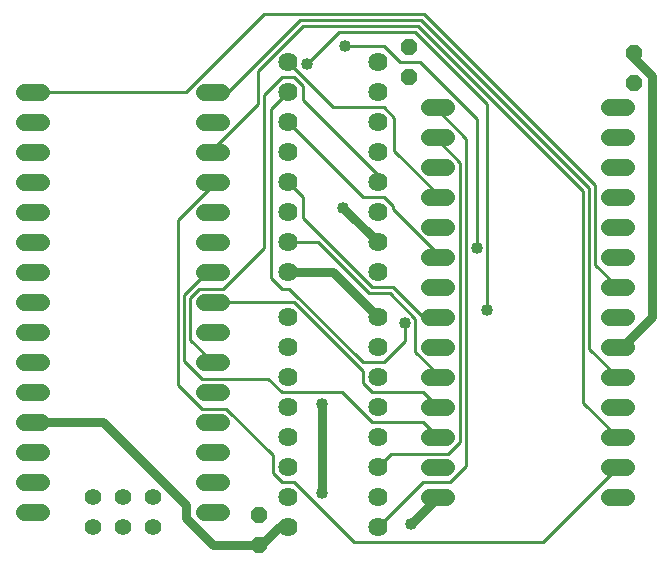
<source format=gbl>
G75*
%MOIN*%
%OFA0B0*%
%FSLAX25Y25*%
%IPPOS*%
%LPD*%
%AMOC8*
5,1,8,0,0,1.08239X$1,22.5*
%
%ADD10C,0.05600*%
%ADD11C,0.05550*%
%ADD12C,0.05550*%
%ADD13C,0.06400*%
%ADD14OC8,0.05600*%
%ADD15C,0.03000*%
%ADD16C,0.04000*%
%ADD17C,0.01000*%
D10*
X0180542Y0031300D02*
X0186142Y0031300D01*
X0186142Y0041300D02*
X0180542Y0041300D01*
X0180542Y0051300D02*
X0186142Y0051300D01*
X0186142Y0061300D02*
X0180542Y0061300D01*
X0180542Y0071300D02*
X0186142Y0071300D01*
X0186142Y0081300D02*
X0180542Y0081300D01*
X0180542Y0091300D02*
X0186142Y0091300D01*
X0186142Y0101300D02*
X0180542Y0101300D01*
X0180542Y0111300D02*
X0186142Y0111300D01*
X0186142Y0121300D02*
X0180542Y0121300D01*
X0180542Y0131300D02*
X0186142Y0131300D01*
X0186142Y0141300D02*
X0180542Y0141300D01*
X0180542Y0151300D02*
X0186142Y0151300D01*
X0186142Y0161300D02*
X0180542Y0161300D01*
X0240542Y0161300D02*
X0246142Y0161300D01*
X0246142Y0151300D02*
X0240542Y0151300D01*
X0240542Y0141300D02*
X0246142Y0141300D01*
X0246142Y0131300D02*
X0240542Y0131300D01*
X0240542Y0121300D02*
X0246142Y0121300D01*
X0246142Y0111300D02*
X0240542Y0111300D01*
X0240542Y0101300D02*
X0246142Y0101300D01*
X0246142Y0091300D02*
X0240542Y0091300D01*
X0240542Y0081300D02*
X0246142Y0081300D01*
X0246142Y0071300D02*
X0240542Y0071300D01*
X0240542Y0061300D02*
X0246142Y0061300D01*
X0246142Y0051300D02*
X0240542Y0051300D01*
X0240542Y0041300D02*
X0246142Y0041300D01*
X0246142Y0031300D02*
X0240542Y0031300D01*
D11*
X0051117Y0026300D02*
X0045567Y0026300D01*
X0045567Y0036300D02*
X0051117Y0036300D01*
X0051117Y0046300D02*
X0045567Y0046300D01*
X0045567Y0056300D02*
X0051117Y0056300D01*
X0051117Y0066300D02*
X0045567Y0066300D01*
X0045567Y0076300D02*
X0051117Y0076300D01*
X0051117Y0086300D02*
X0045567Y0086300D01*
X0045567Y0096300D02*
X0051117Y0096300D01*
X0051117Y0106300D02*
X0045567Y0106300D01*
X0045567Y0116300D02*
X0051117Y0116300D01*
X0051117Y0126300D02*
X0045567Y0126300D01*
X0045567Y0136300D02*
X0051117Y0136300D01*
X0051117Y0146300D02*
X0045567Y0146300D01*
X0045567Y0156300D02*
X0051117Y0156300D01*
X0051117Y0166300D02*
X0045567Y0166300D01*
X0105567Y0166300D02*
X0111117Y0166300D01*
X0111117Y0156300D02*
X0105567Y0156300D01*
X0105567Y0146300D02*
X0111117Y0146300D01*
X0111117Y0136300D02*
X0105567Y0136300D01*
X0105567Y0126300D02*
X0111117Y0126300D01*
X0111117Y0116300D02*
X0105567Y0116300D01*
X0105567Y0106300D02*
X0111117Y0106300D01*
X0111117Y0096300D02*
X0105567Y0096300D01*
X0105567Y0086300D02*
X0111117Y0086300D01*
X0111117Y0076300D02*
X0105567Y0076300D01*
X0105567Y0066300D02*
X0111117Y0066300D01*
X0111117Y0056300D02*
X0105567Y0056300D01*
X0105567Y0046300D02*
X0111117Y0046300D01*
X0111117Y0036300D02*
X0105567Y0036300D01*
X0105567Y0026300D02*
X0111117Y0026300D01*
D12*
X0088342Y0021300D03*
X0088342Y0031300D03*
X0078342Y0031300D03*
X0078342Y0021300D03*
X0068342Y0021300D03*
X0068342Y0031300D03*
D13*
X0133342Y0031300D03*
X0133342Y0021300D03*
X0133342Y0041300D03*
X0133342Y0051300D03*
X0133342Y0061300D03*
X0133342Y0071300D03*
X0133342Y0081300D03*
X0133342Y0091300D03*
X0133342Y0106300D03*
X0133342Y0116300D03*
X0133342Y0126300D03*
X0133342Y0136300D03*
X0133342Y0146300D03*
X0133342Y0156300D03*
X0133342Y0166300D03*
X0133342Y0176300D03*
X0163342Y0176300D03*
X0163342Y0166300D03*
X0163342Y0156300D03*
X0163342Y0146300D03*
X0163342Y0136300D03*
X0163342Y0126300D03*
X0163342Y0116300D03*
X0163342Y0106300D03*
X0163342Y0091300D03*
X0163342Y0081300D03*
X0163342Y0071300D03*
X0163342Y0061300D03*
X0163342Y0051300D03*
X0163342Y0041300D03*
X0163342Y0031300D03*
X0163342Y0021300D03*
D14*
X0123642Y0025300D03*
X0123642Y0015300D03*
X0248642Y0169300D03*
X0248642Y0179300D03*
X0173642Y0181300D03*
X0173642Y0171300D03*
D15*
X0151842Y0127800D02*
X0163342Y0116300D01*
X0148342Y0106300D02*
X0163342Y0091300D01*
X0148342Y0106300D02*
X0133342Y0106300D01*
X0144842Y0062300D02*
X0144842Y0032800D01*
X0133342Y0021300D02*
X0130342Y0021300D01*
X0124842Y0015800D01*
X0123642Y0015300D01*
X0108342Y0015300D01*
X0099342Y0024300D01*
X0099342Y0028800D01*
X0071842Y0056300D01*
X0048342Y0056300D01*
X0174342Y0022300D02*
X0183342Y0031300D01*
X0243342Y0081300D02*
X0244842Y0081300D01*
X0254842Y0091300D01*
X0254842Y0171800D01*
X0248842Y0177800D01*
X0248842Y0179300D01*
X0248642Y0179300D01*
D16*
X0196342Y0114300D03*
X0199842Y0093800D03*
X0172342Y0089300D03*
X0144842Y0062300D03*
X0144842Y0032800D03*
X0174342Y0022300D03*
X0151842Y0127800D03*
X0139842Y0175800D03*
X0152342Y0181800D03*
D17*
X0165342Y0181800D01*
X0170842Y0176300D01*
X0177342Y0176300D01*
X0196342Y0157300D01*
X0196342Y0114300D01*
X0183342Y0112300D02*
X0168342Y0127300D01*
X0168342Y0128300D01*
X0165342Y0131300D01*
X0158342Y0131300D01*
X0133342Y0156300D01*
X0127842Y0160800D02*
X0133342Y0166300D01*
X0135342Y0171300D02*
X0138342Y0168300D01*
X0138342Y0163800D01*
X0163342Y0138800D01*
X0163342Y0136300D01*
X0168842Y0146800D02*
X0168842Y0157800D01*
X0165342Y0161300D01*
X0148342Y0161300D01*
X0133342Y0176300D01*
X0131342Y0171300D02*
X0135342Y0171300D01*
X0131342Y0171300D02*
X0125342Y0165300D01*
X0125342Y0114300D01*
X0111842Y0100800D01*
X0103842Y0100800D01*
X0100842Y0097800D01*
X0100842Y0083800D01*
X0108342Y0076300D01*
X0104842Y0070800D02*
X0126842Y0070800D01*
X0131342Y0066300D01*
X0151342Y0066300D01*
X0161342Y0056300D01*
X0178342Y0056300D01*
X0183342Y0051300D01*
X0186842Y0045800D02*
X0167842Y0045800D01*
X0163342Y0041300D01*
X0178342Y0036300D02*
X0163342Y0021300D01*
X0155342Y0016300D02*
X0218342Y0016300D01*
X0243342Y0041300D01*
X0243342Y0051300D02*
X0231842Y0062800D01*
X0231842Y0133300D01*
X0176842Y0188300D01*
X0138342Y0188300D01*
X0123342Y0173300D01*
X0123342Y0162300D01*
X0108342Y0147300D01*
X0108342Y0146300D01*
X0108342Y0136300D02*
X0108342Y0135300D01*
X0096842Y0123800D01*
X0096842Y0068800D01*
X0104842Y0060800D01*
X0112842Y0060800D01*
X0128342Y0045300D01*
X0128342Y0039300D01*
X0131342Y0036300D01*
X0135342Y0036300D01*
X0155342Y0016300D01*
X0178342Y0036300D02*
X0187342Y0036300D01*
X0192842Y0041800D01*
X0192842Y0150800D01*
X0183342Y0160300D01*
X0183342Y0161300D01*
X0183342Y0151300D02*
X0183342Y0150300D01*
X0190842Y0142800D01*
X0190842Y0049800D01*
X0186842Y0045800D01*
X0183342Y0061300D02*
X0178342Y0066300D01*
X0161342Y0066300D01*
X0158342Y0069300D01*
X0158342Y0073300D01*
X0135342Y0096300D01*
X0108342Y0096300D01*
X0098842Y0098800D02*
X0098842Y0076800D01*
X0104842Y0070800D01*
X0098842Y0098800D02*
X0106342Y0106300D01*
X0108342Y0106300D01*
X0127842Y0104300D02*
X0127842Y0160800D01*
X0113342Y0166300D02*
X0137342Y0190300D01*
X0177842Y0190300D01*
X0233842Y0134300D01*
X0233842Y0080800D01*
X0243342Y0071300D01*
X0243342Y0101300D02*
X0235842Y0108800D01*
X0235842Y0135300D01*
X0178842Y0192300D01*
X0125342Y0192300D01*
X0099342Y0166300D01*
X0048342Y0166300D01*
X0108342Y0166300D02*
X0113342Y0166300D01*
X0139842Y0175800D02*
X0150342Y0186300D01*
X0175842Y0186300D01*
X0199842Y0162300D01*
X0199842Y0093800D01*
X0183342Y0091300D02*
X0178342Y0091300D01*
X0168342Y0101300D01*
X0161342Y0101300D01*
X0138342Y0124300D01*
X0138342Y0131300D01*
X0133342Y0136300D01*
X0133342Y0116300D02*
X0143342Y0116300D01*
X0160342Y0099300D01*
X0167342Y0099300D01*
X0175842Y0090800D01*
X0175842Y0079800D01*
X0183342Y0072300D01*
X0183342Y0071300D01*
X0172342Y0083300D02*
X0165342Y0076300D01*
X0158342Y0076300D01*
X0133842Y0100800D01*
X0131342Y0100800D01*
X0127842Y0104300D01*
X0172342Y0089300D02*
X0172342Y0083300D01*
X0183342Y0111300D02*
X0183342Y0112300D01*
X0183342Y0131300D02*
X0183342Y0132300D01*
X0168842Y0146800D01*
M02*

</source>
